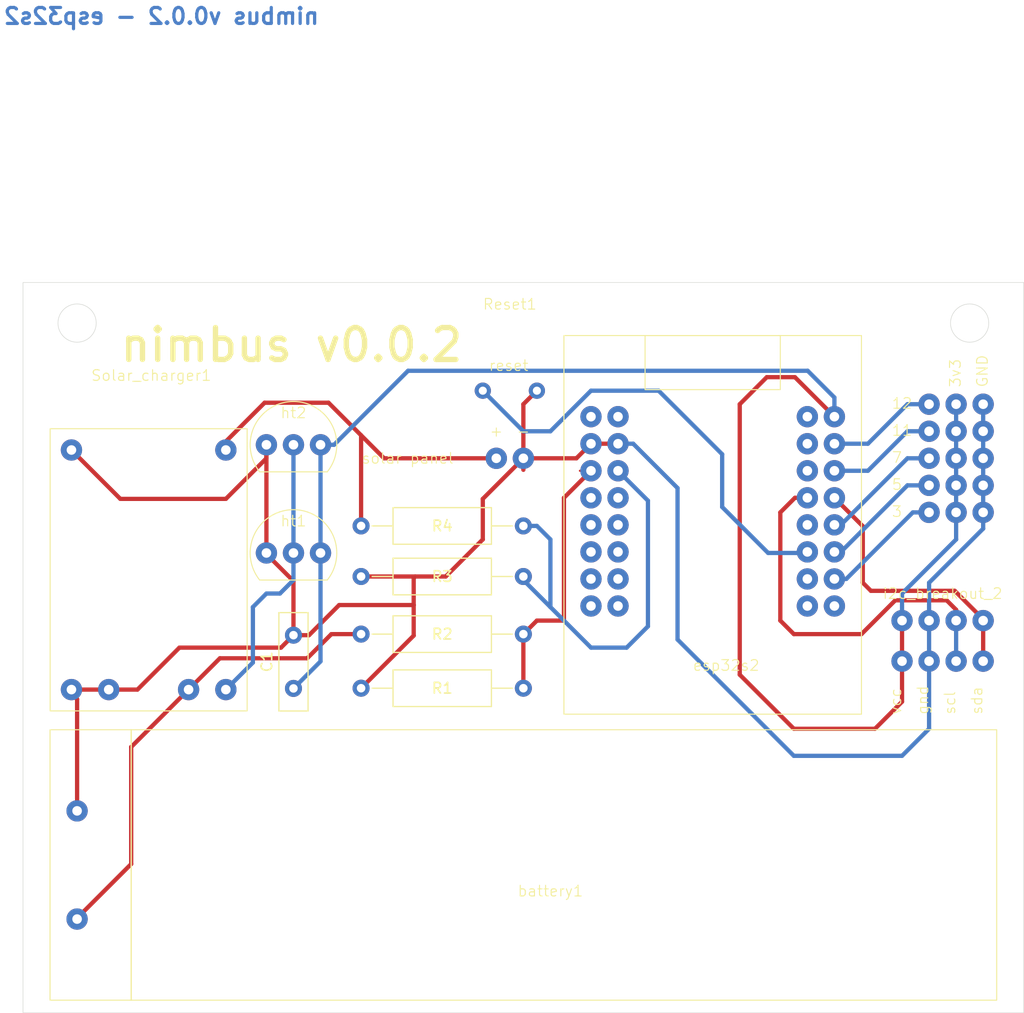
<source format=kicad_pcb>
(kicad_pcb (version 20240108) (generator "pcbnew") (generator_version "8.0")
  (layers (0 "F.Cu" signal) (31 "B.Cu" signal) (34 "B.Paste" user) (35 "F.Paste" user) (36 "B.SilkS" user "B.Silkscreen") (37 "F.SilkS" user "F.Silkscreen") (38 "B.Mask" user) (39 "F.Mask" user) (44 "Edge.Cuts" user))
  (net 0 "")
  (net 1 "BATT")
  (net 2 "GND")
  (net 3 "+3.3V")
  (net 5 "Net-(U1-PIN)")
  (net 7 "Net-(U5-PIN)")
  (net 9 "Net-(U3-PIN)")
  (net 11 "Net-(Reset1-RST)")
  (net 12 "Net-(i2c_breakout_1-SCL)")
  (net 14 "Net-(U4-PIN)")
  (net 16 "Net-(U2-PIN)")
  (net 24 "Net-(esp32s1-9)")
  (net 25 "Net-(esp32s1-17)")
  (net 32 "Net-(esp32s1-16)")
  (net 33 "OUT_CHARGER")
  (net 34 "SOL")
  (footprint "Resistor_THT:R_Axial_DIN0309_L9.0mm_D3.2mm_P15.24mm_Horizontal" (layer "F.Cu") (at 114.3 125.73 180)
    (property "Reference" "R2" (at 7.62 0 0) (layer "F.SilkS"))
    (property "Value" "68k")
    (fp_line (start 14.2 0) (end 12.24 0) (stroke (width 0.12)) (layer "F.SilkS"))
    (fp_line (start 12.24 1.72) (end 12.24 -1.72) (stroke (width 0.12)) (layer "F.SilkS"))
    (fp_line (start 12.24 -1.72) (end 3 -1.72) (stroke (width 0.12)) (layer "F.SilkS"))
    (fp_line (start 3 1.72) (end 12.24 1.72) (stroke (width 0.12)) (layer "F.SilkS"))
    (fp_line (start 3 -1.72) (end 3 1.72) (stroke (width 0.12)) (layer "F.SilkS"))
    (fp_line (start 1.04 0) (end 3 0) (stroke (width 0.12)) (layer "F.SilkS"))
    (pad "1" thru_hole circle (at 0 0 180) (size 1.6 1.6) (drill 0.8) (layers "*.Cu" "*.Mask") (net 32 "Net-(esp32s1-16)"))
    (pad "2" thru_hole oval (at 15.24 0 180) (size 1.6 1.6) (drill 0.8) (layers "*.Cu" "*.Mask") (net 1 "BATT"))
  )
  (footprint "my_lib:solar_charger" (layer "F.Cu") (at 81.86 100.94)
    (property "Reference" "Solar_charger1" (at -2.5 0.5 0) (layer "F.SilkS") (effects (font (thickness 0.1))))
    (property "Value" "~")
    (fp_rect (start -12 5.5) (end 6.5 32) (stroke (width 0.1)) (fill none) (layer "F.SilkS"))
    (pad "1" thru_hole circle (at -6.5 30) (size 2 2) (drill 0.9) (layers "*.Cu" "*.Mask") (net 2 "GND"))
    (pad "2" thru_hole circle (at -10 30) (size 2 2) (drill 0.9) (layers "*.Cu" "*.Mask") (net 2 "GND"))
    (pad "3" thru_hole circle (at 4.5 30) (size 2 2) (drill 0.9) (layers "*.Cu" "*.Mask") (net 33 "OUT_CHARGER"))
    (pad "4" thru_hole circle (at 1 30) (size 2 2) (drill 0.9) (layers "*.Cu" "*.Mask") (net 1 "BATT"))
    (pad "5" thru_hole circle (at -10 7.5) (size 2 2) (drill 0.9) (layers "*.Cu" "*.Mask") (net 2 "GND"))
    (pad "6" thru_hole circle (at 4.5 7.5) (size 2 2) (drill 0.9) (layers "*.Cu" "*.Mask") (net 34 "SOL"))
  )
  (footprint "my_lib:battery" (layer "F.Cu") (at 95.25 127.09)
    (property "Reference" "battery1" (at 21.59 22.77 0) (layer "F.SilkS") (effects (font (thickness 0.1))))
    (property "Value" "~")
    (fp_rect (start -25.4 7.62) (end -17.78 33.02) (stroke (width 0.1)) (fill none) (layer "F.SilkS"))
    (fp_rect (start -17.78 7.62) (end 63.5 33.02) (stroke (width 0.1)) (fill none) (layer "F.SilkS"))
    (pad "1" thru_hole circle (at -22.86 25.4) (size 2 2) (drill 0.9) (layers "*.Cu" "*.Mask") (net 1 "BATT"))
    (pad "2" thru_hole circle (at -22.86 15.24) (size 2 2) (drill 0.9) (layers "*.Cu" "*.Mask") (net 2 "GND"))
  )
  (footprint "my_lib:solar" (layer "F.Cu") (at 114.3 99.06)
    (property "Reference" "solar_panel1" (hide yes))
    (property "Value" "~" (hide yes))
    (fp_text user "+" (at -2.54 7.62 0) (layer "F.SilkS") (effects (font (thickness 0.1))))
    (fp_text user "-" (at 0 7.62 0) (layer "F.SilkS") (effects (font (thickness 0.1))))
    (fp_text user "solar panel" (at -15.24 10.16 0) (layer "F.SilkS") (effects (font (thickness 0.1)) (justify left)))
    (pad "1" thru_hole circle (at -2.54 10.16) (size 2 2) (drill 0.9) (layers "*.Cu" "*.Mask") (net 34 "SOL"))
    (pad "2" thru_hole circle (at 0 10.16) (size 2 2) (drill 0.9) (layers "*.Cu" "*.Mask") (net 2 "GND"))
  )
  (footprint "my_lib:i2c_breakout" (layer "F.Cu") (at 154.94 116.84)
    (property "Reference" "i2c_breakout_1" (hide yes))
    (property "Value" "~" (hide yes))
    (pad "1" thru_hole circle (at -5.08 7.62) (size 2 2) (drill 0.9) (layers "*.Cu" "*.Mask") (net 3 "+3.3V"))
    (pad "2" thru_hole circle (at -2.54 7.62) (size 2 2) (drill 0.9) (layers "*.Cu" "*.Mask") (net 2 "GND"))
    (pad "3" thru_hole circle (at 0 7.62) (size 2 2) (drill 0.9) (layers "*.Cu" "*.Mask") (net 12 "Net-(i2c_breakout_1-SCL)"))
    (pad "4" thru_hole circle (at 2.54 7.62) (size 2 2) (drill 0.9) (layers "*.Cu" "*.Mask") (net 24 "Net-(esp32s1-9)"))
  )
  (footprint "my_lib:reset" (layer "F.Cu") (at 113.03 95.25)
    (property "Reference" "Reset1" (at 0 -0.5 0) (layer "F.SilkS") (effects (font (thickness 0.1))))
    (property "Value" "~")
    (fp_text user "reset" (at -2.032 5.842 0) (layer "F.SilkS") (effects (font (thickness 0.1)) (justify left bottom)))
    (pad "1" thru_hole circle (at -2.54 7.62) (size 1.524 1.524) (drill 0.762) (layers "*.Cu" "*.Mask") (net 11 "Net-(Reset1-RST)"))
    (pad "2" thru_hole circle (at 2.54 7.62) (size 1.524 1.524) (drill 0.762) (layers "*.Cu" "*.Mask") (net 2 "GND"))
  )
  (footprint "Resistor_THT:R_Axial_DIN0309_L9.0mm_D3.2mm_P15.24mm_Horizontal" (layer "F.Cu") (at 114.3 115.57 180)
    (property "Reference" "R4" (at 7.62 0 0) (layer "F.SilkS"))
    (property "Value" "68k")
    (fp_line (start 14.2 0) (end 12.24 0) (stroke (width 0.12)) (layer "F.SilkS"))
    (fp_line (start 12.24 1.72) (end 12.24 -1.72) (stroke (width 0.12)) (layer "F.SilkS"))
    (fp_line (start 12.24 -1.72) (end 3 -1.72) (stroke (width 0.12)) (layer "F.SilkS"))
    (fp_line (start 3 1.72) (end 12.24 1.72) (stroke (width 0.12)) (layer "F.SilkS"))
    (fp_line (start 3 -1.72) (end 3 1.72) (stroke (width 0.12)) (layer "F.SilkS"))
    (fp_line (start 1.04 0) (end 3 0) (stroke (width 0.12)) (layer "F.SilkS"))
    (pad "1" thru_hole circle (at 0 0 180) (size 1.6 1.6) (drill 0.8) (layers "*.Cu" "*.Mask") (net 25 "Net-(esp32s1-17)"))
    (pad "2" thru_hole oval (at 15.24 0 180) (size 1.6 1.6) (drill 0.8) (layers "*.Cu" "*.Mask") (net 34 "SOL"))
  )
  (footprint "Resistor_THT:R_Axial_DIN0309_L9.0mm_D3.2mm_P15.24mm_Horizontal" (layer "F.Cu") (at 99.06 120.32)
    (property "Reference" "R3" (at 7.62 0 0) (layer "F.SilkS"))
    (property "Value" "68k")
    (fp_line (start 1.04 0) (end 3 0) (stroke (width 0.12)) (layer "F.SilkS"))
    (fp_line (start 3 -1.72) (end 3 1.72) (stroke (width 0.12)) (layer "F.SilkS"))
    (fp_line (start 3 1.72) (end 12.24 1.72) (stroke (width 0.12)) (layer "F.SilkS"))
    (fp_line (start 12.24 -1.72) (end 3 -1.72) (stroke (width 0.12)) (layer "F.SilkS"))
    (fp_line (start 12.24 1.72) (end 12.24 -1.72) (stroke (width 0.12)) (layer "F.SilkS"))
    (fp_line (start 14.2 0) (end 12.24 0) (stroke (width 0.12)) (layer "F.SilkS"))
    (pad "1" thru_hole circle (at 0 0) (size 1.6 1.6) (drill 0.8) (layers "*.Cu" "*.Mask") (net 2 "GND"))
    (pad "2" thru_hole oval (at 15.24 0) (size 1.6 1.6) (drill 0.8) (layers "*.Cu" "*.Mask") (net 25 "Net-(esp32s1-17)"))
  )
  (footprint "my_lib:i2c_breakout" (layer "F.Cu") (at 154.94 120.65)
    (property "Reference" "i2c_breakout_2" (at -1.27 1.27 0) (layer "F.SilkS") (effects (font (thickness 0.1))))
    (property "Value" "~")
    (fp_text user "sda" (at 2.54 12.7 90) (layer "F.SilkS") (effects (font (thickness 0.1)) (justify left bottom)))
    (fp_text user "scl" (at 0 12.7 90) (layer "F.SilkS") (effects (font (thickness 0.1)) (justify left bottom)))
    (fp_text user "vcc" (at -5.08 12.7 90) (layer "F.SilkS") (effects (font (thickness 0.1)) (justify left bottom)))
    (fp_text user "gnd" (at -2.54 12.7 90) (layer "F.SilkS") (effects (font (thickness 0.1)) (justify left bottom)))
    (pad "1" thru_hole circle (at -5.08 7.62) (size 2 2) (drill 0.9) (layers "*.Cu" "*.Mask") (net 3 "+3.3V"))
    (pad "2" thru_hole circle (at -2.54 7.62) (size 2 2) (drill 0.9) (layers "*.Cu" "*.Mask") (net 2 "GND"))
    (pad "3" thru_hole circle (at 0 7.62) (size 2 2) (drill 0.9) (layers "*.Cu" "*.Mask") (net 12 "Net-(i2c_breakout_1-SCL)"))
    (pad "4" thru_hole circle (at 2.54 7.62) (size 2 2) (drill 0.9) (layers "*.Cu" "*.Mask") (net 24 "Net-(esp32s1-9)"))
  )
  (footprint "Capacitor_THT:C_Disc_D9.0mm_W2.5mm_P5.00mm" (layer "F.Cu") (at 92.71 130.83 90)
    (property "Reference" "C1" (at 2.5 -2.5 90) (layer "F.SilkS"))
    (property "Value" "10uF")
    (fp_line (start 7.12 -1.37) (end 7.12 1.37) (stroke (width 0.12)) (layer "F.SilkS"))
    (fp_line (start -2.12 -1.37) (end 7.12 -1.37) (stroke (width 0.12)) (layer "F.SilkS"))
    (fp_line (start -2.12 -1.37) (end -2.12 1.37) (stroke (width 0.12)) (layer "F.SilkS"))
    (fp_line (start -2.12 1.37) (end 7.12 1.37) (stroke (width 0.12)) (layer "F.SilkS"))
    (pad "1" thru_hole circle (at 0 0 90) (size 1.6 1.6) (drill 0.8) (layers "*.Cu" "*.Mask") (net 3 "+3.3V"))
    (pad "2" thru_hole circle (at 5 0 90) (size 1.6 1.6) (drill 0.8) (layers "*.Cu" "*.Mask") (net 2 "GND"))
  )
  (footprint "my_lib:pin_breakout" (layer "F.Cu") (at 154.94 96.52)
    (property "Reference" "U1" (hide yes))
    (property "Value" "~" (hide yes))
    (pad "1" thru_hole circle (at -2.54 7.62) (size 2 2) (drill 0.9) (layers "*.Cu" "*.Mask") (net 5 "Net-(U1-PIN)"))
    (pad "2" thru_hole circle (at 0 7.62) (size 2 2) (drill 0.9) (layers "*.Cu" "*.Mask") (net 3 "+3.3V"))
    (pad "3" thru_hole circle (at 2.54 7.62) (size 2 2) (drill 0.9) (layers "*.Cu" "*.Mask") (net 2 "GND"))
  )
  (footprint "my_lib:esp32s2" (layer "F.Cu") (at 133.35 133.25 180)
    (property "Reference" "esp32s2" (at 0 4.58 0) (layer "F.SilkS") (effects (font (thickness 0.1))))
    (property "Value" "~")
    (fp_rect (start -5.08 30.48) (end 7.62 35.56) (stroke (width 0.1)) (fill none) (layer "F.SilkS"))
    (fp_rect (start -12.7 0) (end 15.24 35.56) (stroke (width 0.1)) (fill none) (layer "F.SilkS"))
    (pad "1" thru_hole circle (at -10.16 27.94 180) (size 2 2) (drill 0.9) (layers "*.Cu" "*.Mask") (net 3 "+3.3V"))
    (pad "2" thru_hole circle (at -7.62 27.94 180) (size 2 2) (drill 0.9) (layers "*.Cu" "*.Mask"))
    (pad "3" thru_hole circle (at -10.16 25.4 180) (size 2 2) (drill 0.9) (layers "*.Cu" "*.Mask") (net 5 "Net-(U1-PIN)"))
    (pad "4" thru_hole circle (at -7.62 25.4 180) (size 2 2) (drill 0.9) (layers "*.Cu" "*.Mask"))
    (pad "5" thru_hole circle (at -10.16 22.86 180) (size 2 2) (drill 0.9) (layers "*.Cu" "*.Mask") (net 16 "Net-(U2-PIN)"))
    (pad "6" thru_hole circle (at -7.62 22.86 180) (size 2 2) (drill 0.9) (layers "*.Cu" "*.Mask"))
    (pad "7" thru_hole circle (at -10.16 20.32 180) (size 2 2) (drill 0.9) (layers "*.Cu" "*.Mask") (net 24 "Net-(esp32s1-9)"))
    (pad "8" thru_hole circle (at -7.62 20.32 180) (size 2 2) (drill 0.9) (layers "*.Cu" "*.Mask") (net 12 "Net-(i2c_breakout_1-SCL)"))
    (pad "9" thru_hole circle (at -10.16 17.78 180) (size 2 2) (drill 0.9) (layers "*.Cu" "*.Mask") (net 9 "Net-(U3-PIN)"))
    (pad "10" thru_hole circle (at -7.62 17.78 180) (size 2 2) (drill 0.9) (layers "*.Cu" "*.Mask"))
    (pad "11" thru_hole circle (at -10.16 15.24 180) (size 2 2) (drill 0.9) (layers "*.Cu" "*.Mask") (net 14 "Net-(U4-PIN)"))
    (pad "12" thru_hole circle (at -7.62 15.24 180) (size 2 2) (drill 0.9) (layers "*.Cu" "*.Mask") (net 11 "Net-(Reset1-RST)"))
    (pad "13" thru_hole circle (at -10.16 12.7 180) (size 2 2) (drill 0.9) (layers "*.Cu" "*.Mask") (net 7 "Net-(U5-PIN)"))
    (pad "14" thru_hole circle (at -7.62 12.7 180) (size 2 2) (drill 0.9) (layers "*.Cu" "*.Mask"))
    (pad "15" thru_hole circle (at -10.16 10.16 180) (size 2 2) (drill 0.9) (layers "*.Cu" "*.Mask"))
    (pad "16" thru_hole circle (at -7.62 10.16 180) (size 2 2) (drill 0.9) (layers "*.Cu" "*.Mask"))
    (pad "17" thru_hole circle (at 10.16 27.94 180) (size 2 2) (drill 0.9) (layers "*.Cu" "*.Mask"))
    (pad "18" thru_hole circle (at 12.7 27.94 180) (size 2 2) (drill 0.9) (layers "*.Cu" "*.Mask"))
    (pad "19" thru_hole circle (at 10.16 25.4 180) (size 2 2) (drill 0.9) (layers "*.Cu" "*.Mask") (net 2 "GND"))
    (pad "20" thru_hole circle (at 12.7 25.4 180) (size 2 2) (drill 0.9) (layers "*.Cu" "*.Mask") (net 2 "GND"))
    (pad "21" thru_hole circle (at 10.16 22.86 180) (size 2 2) (drill 0.9) (layers "*.Cu" "*.Mask") (net 25 "Net-(esp32s1-17)"))
    (pad "22" thru_hole circle (at 12.7 22.86 180) (size 2 2) (drill 0.9) (layers "*.Cu" "*.Mask") (net 32 "Net-(esp32s1-16)"))
    (pad "23" thru_hole circle (at 10.16 20.32 180) (size 2 2) (drill 0.9) (layers "*.Cu" "*.Mask"))
    (pad "24" thru_hole circle (at 12.7 20.32 180) (size 2 2) (drill 0.9) (layers "*.Cu" "*.Mask"))
    (pad "25" thru_hole circle (at 10.16 17.78 180) (size 2 2) (drill 0.9) (layers "*.Cu" "*.Mask"))
    (pad "26" thru_hole circle (at 12.7 17.78 180) (size 2 2) (drill 0.9) (layers "*.Cu" "*.Mask"))
    (pad "27" thru_hole circle (at 10.16 15.24 180) (size 2 2) (drill 0.9) (layers "*.Cu" "*.Mask"))
    (pad "28" thru_hole circle (at 12.7 15.24 180) (size 2 2) (drill 0.9) (layers "*.Cu" "*.Mask"))
    (pad "29" thru_hole circle (at 10.16 12.7 180) (size 2 2) (drill 0.9) (layers "*.Cu" "*.Mask"))
    (pad "30" thru_hole circle (at 12.7 12.7 180) (size 2 2) (drill 0.9) (layers "*.Cu" "*.Mask"))
    (pad "31" thru_hole circle (at 10.16 10.16 180) (size 2 2) (drill 0.9) (layers "*.Cu" "*.Mask"))
    (pad "32" thru_hole circle (at 12.7 10.16 180) (size 2 2) (drill 0.9) (layers "*.Cu" "*.Mask"))
  )
  (footprint "my_lib:pin_breakout" (layer "F.Cu") (at 154.94 101.6)
    (property "Reference" "U3" (hide yes))
    (property "Value" "~" (hide yes))
    (pad "1" thru_hole circle (at -2.54 7.62) (size 2 2) (drill 0.9) (layers "*.Cu" "*.Mask") (net 9 "Net-(U3-PIN)"))
    (pad "2" thru_hole circle (at 0 7.62) (size 2 2) (drill 0.9) (layers "*.Cu" "*.Mask") (net 3 "+3.3V"))
    (pad "3" thru_hole circle (at 2.54 7.62) (size 2 2) (drill 0.9) (layers "*.Cu" "*.Mask") (net 2 "GND"))
  )
  (footprint "my_lib:pin_breakout" (layer "F.Cu") (at 154.94 99.06)
    (property "Reference" "U2" (hide yes))
    (property "Value" "~" (hide yes))
    (pad "1" thru_hole circle (at -2.54 7.62) (size 2 2) (drill 0.9) (layers "*.Cu" "*.Mask") (net 16 "Net-(U2-PIN)"))
    (pad "2" thru_hole circle (at 0 7.62) (size 2 2) (drill 0.9) (layers "*.Cu" "*.Mask") (net 3 "+3.3V"))
    (pad "3" thru_hole circle (at 2.54 7.62) (size 2 2) (drill 0.9) (layers "*.Cu" "*.Mask") (net 2 "GND"))
  )
  (footprint "my_lib:ht7833" (layer "F.Cu") (at 92.71 105.41)
    (property "Reference" "ht1" (at 0 9.7 0) (layer "F.SilkS") (effects (font (thickness 0.1))))
    (property "Value" "~")
    (fp_line (start -3.175 15.24) (end 3.175 15.24) (stroke (width 0.1)) (layer "F.SilkS"))
    (fp_arc (start -3.174999 15.239999) (mid 0 8.634018) (end 3.174999 15.239999) (stroke (width 0.1)) (layer "F.SilkS"))
    (pad "1" thru_hole circle (at -2.54 12.7) (size 2 2) (drill 0.9) (layers "*.Cu" "*.Mask") (net 2 "GND"))
    (pad "2" thru_hole circle (at 0 12.7) (size 2 2) (drill 0.9) (layers "*.Cu" "*.Mask") (net 33 "OUT_CHARGER"))
    (pad "3" thru_hole circle (at 2.54 12.7) (size 2 2) (drill 0.9) (layers "*.Cu" "*.Mask") (net 3 "+3.3V"))
  )
  (footprint "my_lib:ht7833" (layer "F.Cu") (at 92.71 95.25)
    (property "Reference" "ht2" (at 0 9.7 0) (layer "F.SilkS") (effects (font (thickness 0.1))))
    (property "Value" "~")
    (fp_line (start -3.175 15.24) (end 3.175 15.24) (stroke (width 0.1)) (layer "F.SilkS"))
    (fp_arc (start -3.174999 15.239999) (mid 0 8.634018) (end 3.174999 15.239999) (stroke (width 0.1)) (layer "F.SilkS"))
    (pad "1" thru_hole circle (at -2.54 12.7) (size 2 2) (drill 0.9) (layers "*.Cu" "*.Mask") (net 2 "GND"))
    (pad "2" thru_hole circle (at 0 12.7) (size 2 2) (drill 0.9) (layers "*.Cu" "*.Mask") (net 33 "OUT_CHARGER"))
    (pad "3" thru_hole circle (at 2.54 12.7) (size 2 2) (drill 0.9) (layers "*.Cu" "*.Mask") (net 3 "+3.3V"))
  )
  (footprint "my_lib:pin_breakout" (layer "F.Cu") (at 154.94 104.14)
    (property "Reference" "U4" (hide yes))
    (property "Value" "~" (hide yes))
    (pad "1" thru_hole circle (at -2.54 7.62) (size 2 2) (drill 0.9) (layers "*.Cu" "*.Mask") (net 14 "Net-(U4-PIN)"))
    (pad "2" thru_hole circle (at 0 7.62) (size 2 2) (drill 0.9) (layers "*.Cu" "*.Mask") (net 3 "+3.3V"))
    (pad "3" thru_hole circle (at 2.54 7.62) (size 2 2) (drill 0.9) (layers "*.Cu" "*.Mask") (net 2 "GND"))
  )
  (footprint "my_lib:pin_breakout" (layer "F.Cu") (at 154.94 106.68)
    (property "Reference" "U5" (hide yes))
    (property "Value" "~" (hide yes))
    (pad "1" thru_hole circle (at -2.54 7.62) (size 2 2) (drill 0.9) (layers "*.Cu" "*.Mask") (net 7 "Net-(U5-PIN)"))
    (pad "2" thru_hole circle (at 0 7.62) (size 2 2) (drill 0.9) (layers "*.Cu" "*.Mask") (net 3 "+3.3V"))
    (pad "3" thru_hole circle (at 2.54 7.62) (size 2 2) (drill 0.9) (layers "*.Cu" "*.Mask") (net 2 "GND"))
  )
  (footprint "Resistor_THT:R_Axial_DIN0309_L9.0mm_D3.2mm_P15.24mm_Horizontal" (layer "F.Cu") (at 99.06 130.81)
    (property "Reference" "R1" (at 7.62 0 0) (layer "F.SilkS"))
    (property "Value" "68k")
    (fp_line (start 1.04 0) (end 3 0) (stroke (width 0.12)) (layer "F.SilkS"))
    (fp_line (start 3 -1.72) (end 3 1.72) (stroke (width 0.12)) (layer "F.SilkS"))
    (fp_line (start 3 1.72) (end 12.24 1.72) (stroke (width 0.12)) (layer "F.SilkS"))
    (fp_line (start 12.24 -1.72) (end 3 -1.72) (stroke (width 0.12)) (layer "F.SilkS"))
    (fp_line (start 12.24 1.72) (end 12.24 -1.72) (stroke (width 0.12)) (layer "F.SilkS"))
    (fp_line (start 14.2 0) (end 12.24 0) (stroke (width 0.12)) (layer "F.SilkS"))
    (pad "1" thru_hole circle (at 0 0) (size 1.6 1.6) (drill 0.8) (layers "*.Cu" "*.Mask") (net 2 "GND"))
    (pad "2" thru_hole oval (at 15.24 0) (size 1.6 1.6) (drill 0.8) (layers "*.Cu" "*.Mask") (net 32 "Net-(esp32s1-16)"))
  )
  (gr_rect (start 67.31 92.71) (end 161.29 161.29) (stroke (width 0.05)) (fill none) (layer "Edge.Cuts"))
  (gr_circle (center 156.21 96.52) (end 157.48 97.79) (stroke (width 0.05)) (fill none) (layer "Edge.Cuts"))
  (gr_circle (center 72.39 96.52) (end 73.66 97.79) (stroke (width 0.05)) (fill none) (layer "Edge.Cuts"))
  (gr_text "nimbus v0.0.2 - esp32s2" (at 95.25 68.58 0) (layer "B.Cu") (effects (font (size 1.5 1.5) (thickness 0.3) (bold yes)) (justify left bottom mirror)))
  (gr_text "nimbus v0.0.2" (at 76.2 100.33 0) (layer "F.SilkS") (effects (font (size 3 3) (thickness 0.5) (bold yes)) (justify left bottom)))
  (gr_text "12" (at 148.844 104.648 0) (layer "F.SilkS") (effects (font (size 1 1) (thickness 0.1)) (justify left bottom)))
  (gr_text "11" (at 148.844 107.188 0) (layer "F.SilkS") (effects (font (size 1 1) (thickness 0.1)) (justify left bottom)))
  (gr_text "3" (at 148.844 114.808 0) (layer "F.SilkS") (effects (font (size 1 1) (thickness 0.1)) (justify left bottom)))
  (gr_text "GND" (at 157.988 102.616 90) (layer "F.SilkS") (effects (font (size 1 1) (thickness 0.1)) (justify left bottom)))
  (gr_text "3v3" (at 155.448 102.616 90) (layer "F.SilkS") (effects (font (size 1 1) (thickness 0.1)) (justify left bottom)))
  (gr_text "7" (at 148.844 109.728 0) (layer "F.SilkS") (effects (font (size 1 1) (thickness 0.1)) (justify left bottom)))
  (gr_text "5" (at 148.844 112.268 0) (layer "F.SilkS") (effects (font (size 1 1) (thickness 0.1)) (justify left bottom)))
  (segment (start 94 128) (end 85.8 128) (width 0.4) (layer "F.Cu") (net 1))
  (segment (start 77.47 136.33) (end 77.47 147.32) (width 0.4) (layer "F.Cu") (net 1))
  (segment (start 82.86 130.94) (end 77.47 136.33) (width 0.4) (layer "F.Cu") (net 1))
  (segment (start 77.47 147.32) (end 72.39 152.4) (width 0.4) (layer "F.Cu") (net 1))
  (segment (start 96.27 125.73) (end 94 128) (width 0.4) (layer "F.Cu") (net 1))
  (segment (start 99.06 125.73) (end 96.27 125.73) (width 0.4) (layer "F.Cu") (net 1))
  (segment (start 72.39 152.4) (end 72.39 152.49) (width 0.4) (layer "F.Cu") (net 1))
  (segment (start 85.8 128) (end 82.86 130.94) (width 0.4) (layer "F.Cu") (net 1))
  (segment (start 82.49 130.94) (end 82.49 130.51) (width 0.4) (layer "B.Cu") (net 1))
  (segment (start 114.3 109.22) (end 119.28 109.22) (width 0.4) (layer "F.Cu") (net 2))
  (segment (start 91.54 127) (end 92.71 125.83) (width 0.4) (layer "F.Cu") (net 2))
  (segment (start 86.36 113.03) (end 90.17 109.22) (width 0.4) (layer "F.Cu") (net 2))
  (segment (start 114.3 109.22) (end 110.49 113.03) (width 0.4) (layer "F.Cu") (net 2))
  (segment (start 104 123) (end 104 125.87) (width 0.4) (layer "F.Cu") (net 2))
  (segment (start 92.71 125.83) (end 92.71 120.75) (width 0.4) (layer "F.Cu") (net 2))
  (segment (start 92.71 120.75) (end 90.17 118.21) (width 0.4) (layer "F.Cu") (net 2))
  (segment (start 107.01 120.32) (end 104.14 120.32) (width 0.4) (layer "F.Cu") (net 2))
  (segment (start 82 127) (end 91.54 127) (width 0.4) (layer "F.Cu") (net 2))
  (segment (start 114.3 110.3) (end 114.3 109.22) (width 0.4) (layer "F.Cu") (net 2))
  (segment (start 72.39 142.33) (end 72.39 131.84) (width 0.4) (layer "F.Cu") (net 2))
  (segment (start 71.49 130.94) (end 74.99 130.94) (width 0.4) (layer "F.Cu") (net 2))
  (segment (start 90.17 109.22) (end 90.17 107.95) (width 0.4) (layer "F.Cu") (net 2))
  (segment (start 74.99 130.94) (end 78.06 130.94) (width 0.4) (layer "F.Cu") (net 2))
  (segment (start 120.65 107.85) (end 123.19 107.85) (width 0.4) (layer "F.Cu") (net 2))
  (segment (start 110.49 113.03) (end 110.49 116.84) (width 0.4) (layer "F.Cu") (net 2))
  (segment (start 115.57 102.87) (end 114.3 104.14) (width 0.4) (layer "F.Cu") (net 2))
  (segment (start 76.45 113.03) (end 86.36 113.03) (width 0.4) (layer "F.Cu") (net 2))
  (segment (start 110.49 116.84) (end 107.01 120.32) (width 0.4) (layer "F.Cu") (net 2))
  (segment (start 92.71 125.83) (end 94.17 125.83) (width 0.4) (layer "F.Cu") (net 2))
  (segment (start 90.17 107.95) (end 90.17 118.11) (width 0.4) (layer "F.Cu") (net 2))
  (segment (start 78.06 130.94) (end 82 127) (width 0.4) (layer "F.Cu") (net 2))
  (segment (start 94.17 125.83) (end 97 123) (width 0.4) (layer "F.Cu") (net 2))
  (segment (start 72.39 131.84) (end 71.49 130.94) (width 0.4) (layer "F.Cu") (net 2))
  (segment (start 114.3 104.14) (end 114.3 109.22) (width 0.4) (layer "F.Cu") (net 2))
  (segment (start 104 123) (end 104 120.46) (width 0.4) (layer "F.Cu") (net 2))
  (segment (start 97 123) (end 104 123) (width 0.4) (layer "F.Cu") (net 2))
  (segment (start 104 125.87) (end 99.06 130.81) (width 0.4) (layer "F.Cu") (net 2))
  (segment (start 104 120.46) (end 104.14 120.32) (width 0.4) (layer "F.Cu") (net 2))
  (segment (start 119.28 109.22) (end 120.65 107.85) (width 0.4) (layer "F.Cu") (net 2))
  (segment (start 104.14 120.32) (end 99.06 120.32) (width 0.4) (layer "F.Cu") (net 2))
  (segment (start 71.86 108.44) (end 76.45 113.03) (width 0.4) (layer "F.Cu") (net 2))
  (segment (start 128.778 112.014) (end 128.778 126.238) (width 0.4) (layer "B.Cu") (net 2))
  (segment (start 99.39 120.65) (end 99.06 120.32) (width 0.2) (layer "B.Cu") (net 2))
  (segment (start 128.778 126.238) (end 139.7 137.16) (width 0.4) (layer "B.Cu") (net 2))
  (segment (start 152.4 120.904) (end 157.48 115.824) (width 0.4) (layer "B.Cu") (net 2))
  (segment (start 152.4 124.46) (end 152.4 120.904) (width 0.4) (layer "B.Cu") (net 2))
  (segment (start 149.86 137.16) (end 152.4 134.62) (width 0.4) (layer "B.Cu") (net 2))
  (segment (start 157.48 115.824) (end 157.48 114.3) (width 0.4) (layer "B.Cu") (net 2))
  (segment (start 157.48 104.14) (end 157.48 114.3) (width 0.4) (layer "B.Cu") (net 2))
  (segment (start 124.614 107.85) (end 128.778 112.014) (width 0.4) (layer "B.Cu") (net 2))
  (segment (start 152.4 124.46) (end 152.4 128.27) (width 0.4) (layer "B.Cu") (net 2))
  (segment (start 139.7 137.16) (end 149.86 137.16) (width 0.4) (layer "B.Cu") (net 2))
  (segment (start 152.4 134.62) (end 152.4 128.27) (width 0.4) (layer "B.Cu") (net 2))
  (segment (start 123.19 107.85) (end 124.614 107.85) (width 0.4) (layer "B.Cu") (net 2))
  (segment (start 137.16 101.6) (end 134.62 104.14) (width 0.4) (layer "F.Cu") (net 3))
  (segment (start 139.7 134.62) (end 147.32 134.62) (width 0.4) (layer "F.Cu") (net 3))
  (segment (start 143.51 105.31) (end 139.8 101.6) (width 0.4) (layer "F.Cu") (net 3))
  (segment (start 134.62 104.14) (end 134.62 129.54) (width 0.4) (layer "F.Cu") (net 3))
  (segment (start 149.86 124.46) (end 149.86 128.27) (width 0.4) (layer "F.Cu") (net 3))
  (segment (start 149.86 132.08) (end 149.86 128.27) (width 0.4) (layer "F.Cu") (net 3))
  (segment (start 134.62 129.54) (end 139.7 134.62) (width 0.4) (layer "F.Cu") (net 3))
  (segment (start 147.32 134.62) (end 149.86 132.08) (width 0.4) (layer "F.Cu") (net 3))
  (segment (start 139.8 101.6) (end 137.16 101.6) (width 0.4) (layer "F.Cu") (net 3))
  (segment (start 103.47 101) (end 96.52 107.95) (width 0.4) (layer "B.Cu") (net 3))
  (segment (start 154.94 104.14) (end 154.94 114.3) (width 0.4) (layer "B.Cu") (net 3))
  (segment (start 143.51 103.51) (end 141 101) (width 0.4) (layer "B.Cu") (net 3))
  (segment (start 141 101) (end 103.47 101) (width 0.4) (layer "B.Cu") (net 3))
  (segment (start 154.94 116.84) (end 149.86 121.92) (width 0.4) (layer "B.Cu") (net 3))
  (segment (start 143.51 105.31) (end 143.51 103.51) (width 0.4) (layer "B.Cu") (net 3))
  (segment (start 95.25 128.29) (end 95.25 118.11) (width 0.4) (layer "B.Cu") (net 3))
  (segment (start 95.25 128.29) (end 92.71 130.83) (width 0.4) (layer "B.Cu") (net 3))
  (segment (start 149.86 121.92) (end 149.86 124.46) (width 0.4) (layer "B.Cu") (net 3))
  (segment (start 96.52 107.95) (end 95.25 107.95) (width 0.4) (layer "B.Cu") (net 3))
  (segment (start 95.25 108.05) (end 95.25 107.75) (width 0.4) (layer "B.Cu") (net 3))
  (segment (start 95.25 107.95) (end 95.25 118.11) (width 0.4) (layer "B.Cu") (net 3))
  (segment (start 154.94 114.3) (end 154.94 116.84) (width 0.4) (layer "B.Cu") (net 3))
  (segment (start 150.368 104.14) (end 152.4 104.14) (width 0.4) (layer "B.Cu") (net 5))
  (segment (start 143.51 107.85) (end 146.658 107.85) (width 0.4) (layer "B.Cu") (net 5))
  (segment (start 146.658 107.85) (end 150.368 104.14) (width 0.4) (layer "B.Cu") (net 5))
  (segment (start 150.876 114.3) (end 152.4 114.3) (width 0.4) (layer "B.Cu") (net 7))
  (segment (start 144.626 120.55) (end 150.876 114.3) (width 0.4) (layer "B.Cu") (net 7))
  (segment (start 143.51 120.55) (end 144.626 120.55) (width 0.4) (layer "B.Cu") (net 7))
  (segment (start 143.51 115.47) (end 144.118 115.47) (width 0.4) (layer "B.Cu") (net 9))
  (segment (start 150.368 109.22) (end 152.4 109.22) (width 0.4) (layer "B.Cu") (net 9))
  (segment (start 144.118 115.47) (end 150.368 109.22) (width 0.4) (layer "B.Cu") (net 9))
  (segment (start 140.87 118.11) (end 140.97 118.01) (width 0.4) (layer "B.Cu") (net 11))
  (segment (start 114.3 106.68) (end 116.84 106.68) (width 0.4) (layer "B.Cu") (net 11))
  (segment (start 132.969 108.839) (end 132.969 113.792) (width 0.4) (layer "B.Cu") (net 11))
  (segment (start 137.287 118.11) (end 140.87 118.11) (width 0.4) (layer "B.Cu") (net 11))
  (segment (start 116.84 106.68) (end 120.65 102.87) (width 0.4) (layer "B.Cu") (net 11))
  (segment (start 132.969 113.792) (end 137.287 118.11) (width 0.4) (layer "B.Cu") (net 11))
  (segment (start 127 102.87) (end 132.969 108.839) (width 0.4) (layer "B.Cu") (net 11))
  (segment (start 110.49 102.87) (end 114.3 106.68) (width 0.4) (layer "B.Cu") (net 11))
  (segment (start 120.65 102.87) (end 127 102.87) (width 0.4) (layer "B.Cu") (net 11))
  (segment (start 154.051 122.555) (end 154.94 123.444) (width 0.4) (layer "F.Cu") (net 12))
  (segment (start 138.43 114.3) (end 138.43 124.46) (width 0.4) (layer "F.Cu") (net 12))
  (segment (start 138.43 124.46) (end 139.7 125.73) (width 0.4) (layer "F.Cu") (net 12))
  (segment (start 146.05 125.73) (end 149.225 122.555) (width 0.4) (layer "F.Cu") (net 12))
  (segment (start 139.8 112.93) (end 138.43 114.3) (width 0.4) (layer "F.Cu") (net 12))
  (segment (start 139.7 125.73) (end 146.05 125.73) (width 0.4) (layer "F.Cu") (net 12))
  (segment (start 140.97 112.93) (end 139.8 112.93) (width 0.4) (layer "F.Cu") (net 12))
  (segment (start 154.94 123.444) (end 154.94 124.46) (width 0.4) (layer "F.Cu") (net 12))
  (segment (start 149.225 122.555) (end 154.051 122.555) (width 0.4) (layer "F.Cu") (net 12))
  (segment (start 154.94 124.46) (end 154.94 128.27) (width 0.4) (layer "B.Cu") (net 12))
  (segment (start 143.51 118.01) (end 144.118 118.01) (width 0.4) (layer "B.Cu") (net 14))
  (segment (start 144.118 118.01) (end 150.368 111.76) (width 0.4) (layer "B.Cu") (net 14))
  (segment (start 150.368 111.76) (end 152.4 111.76) (width 0.4) (layer "B.Cu") (net 14))
  (segment (start 150.368 106.68) (end 152.4 106.68) (width 0.4) (layer "B.Cu") (net 16))
  (segment (start 143.51 110.39) (end 146.658 110.39) (width 0.4) (layer "B.Cu") (net 16))
  (segment (start 146.658 110.39) (end 150.368 106.68) (width 0.4) (layer "B.Cu") (net 16))
  (segment (start 157.38 124.46) (end 157.48 124.46) (width 0.2) (layer "F.Cu") (net 24))
  (segment (start 154.813 121.666) (end 157.48 124.333) (width 0.4) (layer "F.Cu") (net 24))
  (segment (start 157.48 124.333) (end 157.48 124.46) (width 0.4) (layer "F.Cu") (net 24))
  (segment (start 143.51 112.93) (end 146.177 115.597) (width 0.4) (layer "F.Cu") (net 24))
  (segment (start 146.939 121.666) (end 154.813 121.666) (width 0.4) (layer "F.Cu") (net 24))
  (segment (start 146.177 115.597) (end 146.177 120.904) (width 0.4) (layer "F.Cu") (net 24))
  (segment (start 146.177 120.904) (end 146.939 121.666) (width 0.4) (layer "F.Cu") (net 24))
  (segment (start 157.48 124.46) (end 157.48 128.27) (width 0.4) (layer "F.Cu") (net 24))
  (segment (start 116.84 116.84) (end 115.57 115.57) (width 0.4) (layer "B.Cu") (net 25))
  (segment (start 126 113.2) (end 123.19 110.39) (width 0.4) (layer "B.Cu") (net 25))
  (segment (start 113.87 116) (end 114.3 115.57) (width 0.2) (layer "B.Cu") (net 25))
  (segment (start 114.3 120.65) (end 114.3 120.32) (width 0.4) (layer "B.Cu") (net 25))
  (segment (start 126 125) (end 124 127) (width 0.4) (layer "B.Cu") (net 25))
  (segment (start 116.84 123.19) (end 114.3 120.65) (width 0.4) (layer "B.Cu") (net 25))
  (segment (start 115.57 115.57) (end 114.3 115.57) (width 0.4) (layer "B.Cu") (net 25))
  (segment (start 116.84 123.19) (end 116.84 116.84) (width 0.4) (layer "B.Cu") (net 25))
  (segment (start 126 113.2) (end 126 125) (width 0.4) (layer "B.Cu") (net 25))
  (segment (start 120.65 127) (end 116.84 123.19) (width 0.4) (layer "B.Cu") (net 25))
  (segment (start 124 127) (end 120.65 127) (width 0.4) (layer "B.Cu") (net 25))
  (segment (start 114.3 125.73) (end 114.3 130.81) (width 0.4) (layer "F.Cu") (net 32))
  (segment (start 120.65 110.39) (end 118.11 112.93) (width 0.4) (layer "F.Cu") (net 32))
  (segment (start 118.11 112.93) (end 118.11 124.46) (width 0.4) (layer "F.Cu") (net 32))
  (segment (start 118.11 124.46) (end 115.57 124.46) (width 0.4) (layer "F.Cu") (net 32))
  (segment (start 115.57 124.46) (end 114.3 125.73) (width 0.4) (layer "F.Cu") (net 32))
  (segment (start 119.61 110.39) (end 120.65 110.39) (width 0.2) (layer "F.Cu") (net 32))
  (segment (start 85.99 130.94) (end 86 130.95) (width 0.4) (layer "F.Cu") (net 33))
  (segment (start 91.44 121.92) (end 92.71 120.65) (width 0.4) (layer "B.Cu") (net 33))
  (segment (start 92.71 120.65) (end 92.71 118.21) (width 0.4) (layer "B.Cu") (net 33))
  (segment (start 90.17 121.92) (end 91.44 121.92) (width 0.4) (layer "B.Cu") (net 33))
  (segment (start 92.71 108.05) (end 92.95 108.05) (width 0.2) (layer "B.Cu") (net 33))
  (segment (start 88.9 123.19) (end 90.17 121.92) (width 0.4) (layer "B.Cu") (net 33))
  (segment (start 86.36 130.94) (end 88.9 128.4) (width 0.4) (layer "B.Cu") (net 33))
  (segment (start 92.71 107.95) (end 92.71 118.11) (width 0.4) (layer "B.Cu") (net 33))
  (segment (start 92.95 108.05) (end 93 108) (width 0.2) (layer "B.Cu") (net 33))
  (segment (start 88.9 128.4) (end 88.9 123.19) (width 0.4) (layer "B.Cu") (net 33))
  (segment (start 99.06 107.06) (end 99.06 115.57) (width 0.4) (layer "F.Cu") (net 34))
  (segment (start 90 104) (end 86.36 107.64) (width 0.4) (layer "F.Cu") (net 34))
  (segment (start 101.22 109.22) (end 111.76 109.22) (width 0.4) (layer "F.Cu") (net 34))
  (segment (start 96 104) (end 90 104) (width 0.4) (layer "F.Cu") (net 34))
  (segment (start 99.06 107.06) (end 96 104) (width 0.4) (layer "F.Cu") (net 34))
  (segment (start 86.36 107.64) (end 86.36 108.44) (width 0.4) (layer "F.Cu") (net 34))
  (segment (start 99.06 107.06) (end 101.22 109.22) (width 0.4) (layer "F.Cu") (net 34))
)
</source>
